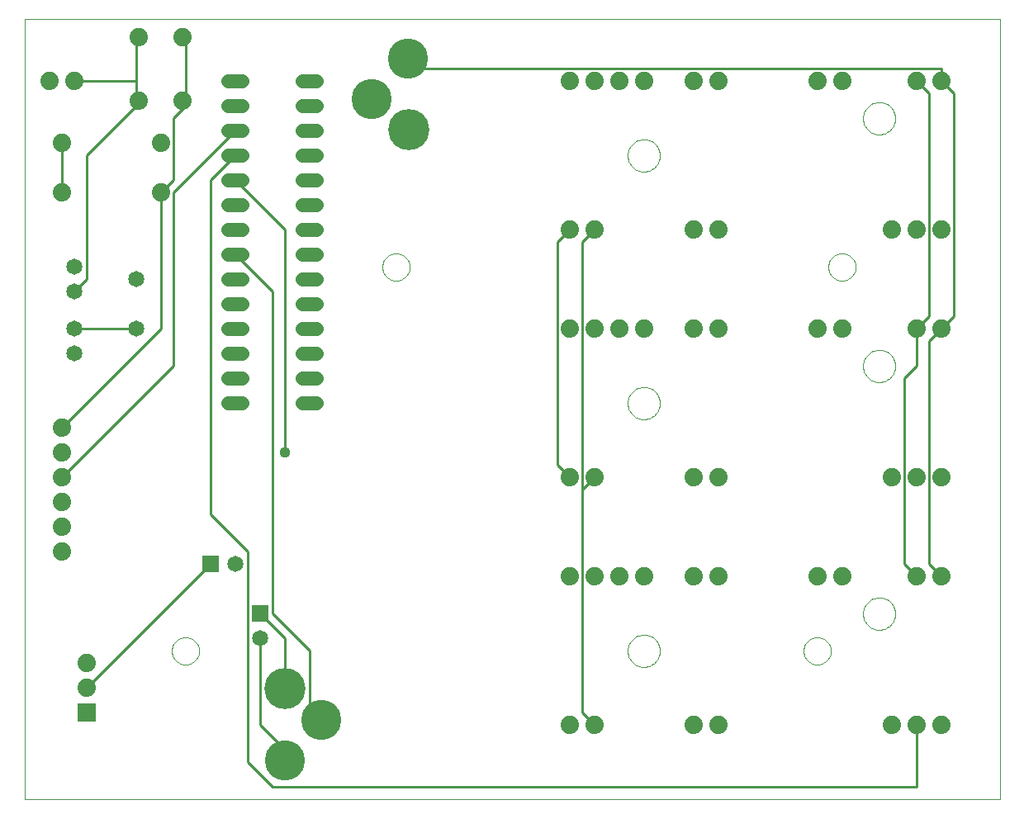
<source format=gtl>
G75*
G70*
%OFA0B0*%
%FSLAX24Y24*%
%IPPOS*%
%LPD*%
%AMOC8*
5,1,8,0,0,1.08239X$1,22.5*
%
%ADD10C,0.0000*%
%ADD11C,0.0560*%
%ADD12C,0.0650*%
%ADD13C,0.1660*%
%ADD14C,0.1620*%
%ADD15R,0.0740X0.0740*%
%ADD16C,0.0740*%
%ADD17R,0.0650X0.0650*%
%ADD18C,0.0100*%
%ADD19C,0.0440*%
D10*
X000101Y001502D02*
X000101Y032998D01*
X039471Y032998D01*
X039471Y001502D01*
X000101Y001502D01*
X006050Y007502D02*
X006052Y007549D01*
X006058Y007595D01*
X006068Y007641D01*
X006081Y007686D01*
X006099Y007729D01*
X006120Y007771D01*
X006144Y007811D01*
X006172Y007848D01*
X006203Y007883D01*
X006237Y007916D01*
X006273Y007945D01*
X006312Y007971D01*
X006353Y007994D01*
X006396Y008013D01*
X006440Y008029D01*
X006485Y008041D01*
X006531Y008049D01*
X006578Y008053D01*
X006624Y008053D01*
X006671Y008049D01*
X006717Y008041D01*
X006762Y008029D01*
X006806Y008013D01*
X006849Y007994D01*
X006890Y007971D01*
X006929Y007945D01*
X006965Y007916D01*
X006999Y007883D01*
X007030Y007848D01*
X007058Y007811D01*
X007082Y007771D01*
X007103Y007729D01*
X007121Y007686D01*
X007134Y007641D01*
X007144Y007595D01*
X007150Y007549D01*
X007152Y007502D01*
X007150Y007455D01*
X007144Y007409D01*
X007134Y007363D01*
X007121Y007318D01*
X007103Y007275D01*
X007082Y007233D01*
X007058Y007193D01*
X007030Y007156D01*
X006999Y007121D01*
X006965Y007088D01*
X006929Y007059D01*
X006890Y007033D01*
X006849Y007010D01*
X006806Y006991D01*
X006762Y006975D01*
X006717Y006963D01*
X006671Y006955D01*
X006624Y006951D01*
X006578Y006951D01*
X006531Y006955D01*
X006485Y006963D01*
X006440Y006975D01*
X006396Y006991D01*
X006353Y007010D01*
X006312Y007033D01*
X006273Y007059D01*
X006237Y007088D01*
X006203Y007121D01*
X006172Y007156D01*
X006144Y007193D01*
X006120Y007233D01*
X006099Y007275D01*
X006081Y007318D01*
X006068Y007363D01*
X006058Y007409D01*
X006052Y007455D01*
X006050Y007502D01*
X014550Y023002D02*
X014552Y023049D01*
X014558Y023095D01*
X014568Y023141D01*
X014581Y023186D01*
X014599Y023229D01*
X014620Y023271D01*
X014644Y023311D01*
X014672Y023348D01*
X014703Y023383D01*
X014737Y023416D01*
X014773Y023445D01*
X014812Y023471D01*
X014853Y023494D01*
X014896Y023513D01*
X014940Y023529D01*
X014985Y023541D01*
X015031Y023549D01*
X015078Y023553D01*
X015124Y023553D01*
X015171Y023549D01*
X015217Y023541D01*
X015262Y023529D01*
X015306Y023513D01*
X015349Y023494D01*
X015390Y023471D01*
X015429Y023445D01*
X015465Y023416D01*
X015499Y023383D01*
X015530Y023348D01*
X015558Y023311D01*
X015582Y023271D01*
X015603Y023229D01*
X015621Y023186D01*
X015634Y023141D01*
X015644Y023095D01*
X015650Y023049D01*
X015652Y023002D01*
X015650Y022955D01*
X015644Y022909D01*
X015634Y022863D01*
X015621Y022818D01*
X015603Y022775D01*
X015582Y022733D01*
X015558Y022693D01*
X015530Y022656D01*
X015499Y022621D01*
X015465Y022588D01*
X015429Y022559D01*
X015390Y022533D01*
X015349Y022510D01*
X015306Y022491D01*
X015262Y022475D01*
X015217Y022463D01*
X015171Y022455D01*
X015124Y022451D01*
X015078Y022451D01*
X015031Y022455D01*
X014985Y022463D01*
X014940Y022475D01*
X014896Y022491D01*
X014853Y022510D01*
X014812Y022533D01*
X014773Y022559D01*
X014737Y022588D01*
X014703Y022621D01*
X014672Y022656D01*
X014644Y022693D01*
X014620Y022733D01*
X014599Y022775D01*
X014581Y022818D01*
X014568Y022863D01*
X014558Y022909D01*
X014552Y022955D01*
X014550Y023002D01*
X024451Y027502D02*
X024453Y027552D01*
X024459Y027602D01*
X024469Y027652D01*
X024482Y027700D01*
X024499Y027748D01*
X024520Y027794D01*
X024544Y027838D01*
X024572Y027880D01*
X024603Y027920D01*
X024637Y027957D01*
X024674Y027992D01*
X024713Y028023D01*
X024754Y028052D01*
X024798Y028077D01*
X024844Y028099D01*
X024891Y028117D01*
X024939Y028131D01*
X024988Y028142D01*
X025038Y028149D01*
X025088Y028152D01*
X025139Y028151D01*
X025189Y028146D01*
X025239Y028137D01*
X025287Y028125D01*
X025335Y028108D01*
X025381Y028088D01*
X025426Y028065D01*
X025469Y028038D01*
X025509Y028008D01*
X025547Y027975D01*
X025582Y027939D01*
X025615Y027900D01*
X025644Y027859D01*
X025670Y027816D01*
X025693Y027771D01*
X025712Y027724D01*
X025727Y027676D01*
X025739Y027627D01*
X025747Y027577D01*
X025751Y027527D01*
X025751Y027477D01*
X025747Y027427D01*
X025739Y027377D01*
X025727Y027328D01*
X025712Y027280D01*
X025693Y027233D01*
X025670Y027188D01*
X025644Y027145D01*
X025615Y027104D01*
X025582Y027065D01*
X025547Y027029D01*
X025509Y026996D01*
X025469Y026966D01*
X025426Y026939D01*
X025381Y026916D01*
X025335Y026896D01*
X025287Y026879D01*
X025239Y026867D01*
X025189Y026858D01*
X025139Y026853D01*
X025088Y026852D01*
X025038Y026855D01*
X024988Y026862D01*
X024939Y026873D01*
X024891Y026887D01*
X024844Y026905D01*
X024798Y026927D01*
X024754Y026952D01*
X024713Y026981D01*
X024674Y027012D01*
X024637Y027047D01*
X024603Y027084D01*
X024572Y027124D01*
X024544Y027166D01*
X024520Y027210D01*
X024499Y027256D01*
X024482Y027304D01*
X024469Y027352D01*
X024459Y027402D01*
X024453Y027452D01*
X024451Y027502D01*
X032550Y023002D02*
X032552Y023049D01*
X032558Y023095D01*
X032568Y023141D01*
X032581Y023186D01*
X032599Y023229D01*
X032620Y023271D01*
X032644Y023311D01*
X032672Y023348D01*
X032703Y023383D01*
X032737Y023416D01*
X032773Y023445D01*
X032812Y023471D01*
X032853Y023494D01*
X032896Y023513D01*
X032940Y023529D01*
X032985Y023541D01*
X033031Y023549D01*
X033078Y023553D01*
X033124Y023553D01*
X033171Y023549D01*
X033217Y023541D01*
X033262Y023529D01*
X033306Y023513D01*
X033349Y023494D01*
X033390Y023471D01*
X033429Y023445D01*
X033465Y023416D01*
X033499Y023383D01*
X033530Y023348D01*
X033558Y023311D01*
X033582Y023271D01*
X033603Y023229D01*
X033621Y023186D01*
X033634Y023141D01*
X033644Y023095D01*
X033650Y023049D01*
X033652Y023002D01*
X033650Y022955D01*
X033644Y022909D01*
X033634Y022863D01*
X033621Y022818D01*
X033603Y022775D01*
X033582Y022733D01*
X033558Y022693D01*
X033530Y022656D01*
X033499Y022621D01*
X033465Y022588D01*
X033429Y022559D01*
X033390Y022533D01*
X033349Y022510D01*
X033306Y022491D01*
X033262Y022475D01*
X033217Y022463D01*
X033171Y022455D01*
X033124Y022451D01*
X033078Y022451D01*
X033031Y022455D01*
X032985Y022463D01*
X032940Y022475D01*
X032896Y022491D01*
X032853Y022510D01*
X032812Y022533D01*
X032773Y022559D01*
X032737Y022588D01*
X032703Y022621D01*
X032672Y022656D01*
X032644Y022693D01*
X032620Y022733D01*
X032599Y022775D01*
X032581Y022818D01*
X032568Y022863D01*
X032558Y022909D01*
X032552Y022955D01*
X032550Y023002D01*
X033951Y019002D02*
X033953Y019052D01*
X033959Y019102D01*
X033969Y019152D01*
X033982Y019200D01*
X033999Y019248D01*
X034020Y019294D01*
X034044Y019338D01*
X034072Y019380D01*
X034103Y019420D01*
X034137Y019457D01*
X034174Y019492D01*
X034213Y019523D01*
X034254Y019552D01*
X034298Y019577D01*
X034344Y019599D01*
X034391Y019617D01*
X034439Y019631D01*
X034488Y019642D01*
X034538Y019649D01*
X034588Y019652D01*
X034639Y019651D01*
X034689Y019646D01*
X034739Y019637D01*
X034787Y019625D01*
X034835Y019608D01*
X034881Y019588D01*
X034926Y019565D01*
X034969Y019538D01*
X035009Y019508D01*
X035047Y019475D01*
X035082Y019439D01*
X035115Y019400D01*
X035144Y019359D01*
X035170Y019316D01*
X035193Y019271D01*
X035212Y019224D01*
X035227Y019176D01*
X035239Y019127D01*
X035247Y019077D01*
X035251Y019027D01*
X035251Y018977D01*
X035247Y018927D01*
X035239Y018877D01*
X035227Y018828D01*
X035212Y018780D01*
X035193Y018733D01*
X035170Y018688D01*
X035144Y018645D01*
X035115Y018604D01*
X035082Y018565D01*
X035047Y018529D01*
X035009Y018496D01*
X034969Y018466D01*
X034926Y018439D01*
X034881Y018416D01*
X034835Y018396D01*
X034787Y018379D01*
X034739Y018367D01*
X034689Y018358D01*
X034639Y018353D01*
X034588Y018352D01*
X034538Y018355D01*
X034488Y018362D01*
X034439Y018373D01*
X034391Y018387D01*
X034344Y018405D01*
X034298Y018427D01*
X034254Y018452D01*
X034213Y018481D01*
X034174Y018512D01*
X034137Y018547D01*
X034103Y018584D01*
X034072Y018624D01*
X034044Y018666D01*
X034020Y018710D01*
X033999Y018756D01*
X033982Y018804D01*
X033969Y018852D01*
X033959Y018902D01*
X033953Y018952D01*
X033951Y019002D01*
X024451Y017502D02*
X024453Y017552D01*
X024459Y017602D01*
X024469Y017652D01*
X024482Y017700D01*
X024499Y017748D01*
X024520Y017794D01*
X024544Y017838D01*
X024572Y017880D01*
X024603Y017920D01*
X024637Y017957D01*
X024674Y017992D01*
X024713Y018023D01*
X024754Y018052D01*
X024798Y018077D01*
X024844Y018099D01*
X024891Y018117D01*
X024939Y018131D01*
X024988Y018142D01*
X025038Y018149D01*
X025088Y018152D01*
X025139Y018151D01*
X025189Y018146D01*
X025239Y018137D01*
X025287Y018125D01*
X025335Y018108D01*
X025381Y018088D01*
X025426Y018065D01*
X025469Y018038D01*
X025509Y018008D01*
X025547Y017975D01*
X025582Y017939D01*
X025615Y017900D01*
X025644Y017859D01*
X025670Y017816D01*
X025693Y017771D01*
X025712Y017724D01*
X025727Y017676D01*
X025739Y017627D01*
X025747Y017577D01*
X025751Y017527D01*
X025751Y017477D01*
X025747Y017427D01*
X025739Y017377D01*
X025727Y017328D01*
X025712Y017280D01*
X025693Y017233D01*
X025670Y017188D01*
X025644Y017145D01*
X025615Y017104D01*
X025582Y017065D01*
X025547Y017029D01*
X025509Y016996D01*
X025469Y016966D01*
X025426Y016939D01*
X025381Y016916D01*
X025335Y016896D01*
X025287Y016879D01*
X025239Y016867D01*
X025189Y016858D01*
X025139Y016853D01*
X025088Y016852D01*
X025038Y016855D01*
X024988Y016862D01*
X024939Y016873D01*
X024891Y016887D01*
X024844Y016905D01*
X024798Y016927D01*
X024754Y016952D01*
X024713Y016981D01*
X024674Y017012D01*
X024637Y017047D01*
X024603Y017084D01*
X024572Y017124D01*
X024544Y017166D01*
X024520Y017210D01*
X024499Y017256D01*
X024482Y017304D01*
X024469Y017352D01*
X024459Y017402D01*
X024453Y017452D01*
X024451Y017502D01*
X033951Y009002D02*
X033953Y009052D01*
X033959Y009102D01*
X033969Y009152D01*
X033982Y009200D01*
X033999Y009248D01*
X034020Y009294D01*
X034044Y009338D01*
X034072Y009380D01*
X034103Y009420D01*
X034137Y009457D01*
X034174Y009492D01*
X034213Y009523D01*
X034254Y009552D01*
X034298Y009577D01*
X034344Y009599D01*
X034391Y009617D01*
X034439Y009631D01*
X034488Y009642D01*
X034538Y009649D01*
X034588Y009652D01*
X034639Y009651D01*
X034689Y009646D01*
X034739Y009637D01*
X034787Y009625D01*
X034835Y009608D01*
X034881Y009588D01*
X034926Y009565D01*
X034969Y009538D01*
X035009Y009508D01*
X035047Y009475D01*
X035082Y009439D01*
X035115Y009400D01*
X035144Y009359D01*
X035170Y009316D01*
X035193Y009271D01*
X035212Y009224D01*
X035227Y009176D01*
X035239Y009127D01*
X035247Y009077D01*
X035251Y009027D01*
X035251Y008977D01*
X035247Y008927D01*
X035239Y008877D01*
X035227Y008828D01*
X035212Y008780D01*
X035193Y008733D01*
X035170Y008688D01*
X035144Y008645D01*
X035115Y008604D01*
X035082Y008565D01*
X035047Y008529D01*
X035009Y008496D01*
X034969Y008466D01*
X034926Y008439D01*
X034881Y008416D01*
X034835Y008396D01*
X034787Y008379D01*
X034739Y008367D01*
X034689Y008358D01*
X034639Y008353D01*
X034588Y008352D01*
X034538Y008355D01*
X034488Y008362D01*
X034439Y008373D01*
X034391Y008387D01*
X034344Y008405D01*
X034298Y008427D01*
X034254Y008452D01*
X034213Y008481D01*
X034174Y008512D01*
X034137Y008547D01*
X034103Y008584D01*
X034072Y008624D01*
X034044Y008666D01*
X034020Y008710D01*
X033999Y008756D01*
X033982Y008804D01*
X033969Y008852D01*
X033959Y008902D01*
X033953Y008952D01*
X033951Y009002D01*
X031550Y007502D02*
X031552Y007549D01*
X031558Y007595D01*
X031568Y007641D01*
X031581Y007686D01*
X031599Y007729D01*
X031620Y007771D01*
X031644Y007811D01*
X031672Y007848D01*
X031703Y007883D01*
X031737Y007916D01*
X031773Y007945D01*
X031812Y007971D01*
X031853Y007994D01*
X031896Y008013D01*
X031940Y008029D01*
X031985Y008041D01*
X032031Y008049D01*
X032078Y008053D01*
X032124Y008053D01*
X032171Y008049D01*
X032217Y008041D01*
X032262Y008029D01*
X032306Y008013D01*
X032349Y007994D01*
X032390Y007971D01*
X032429Y007945D01*
X032465Y007916D01*
X032499Y007883D01*
X032530Y007848D01*
X032558Y007811D01*
X032582Y007771D01*
X032603Y007729D01*
X032621Y007686D01*
X032634Y007641D01*
X032644Y007595D01*
X032650Y007549D01*
X032652Y007502D01*
X032650Y007455D01*
X032644Y007409D01*
X032634Y007363D01*
X032621Y007318D01*
X032603Y007275D01*
X032582Y007233D01*
X032558Y007193D01*
X032530Y007156D01*
X032499Y007121D01*
X032465Y007088D01*
X032429Y007059D01*
X032390Y007033D01*
X032349Y007010D01*
X032306Y006991D01*
X032262Y006975D01*
X032217Y006963D01*
X032171Y006955D01*
X032124Y006951D01*
X032078Y006951D01*
X032031Y006955D01*
X031985Y006963D01*
X031940Y006975D01*
X031896Y006991D01*
X031853Y007010D01*
X031812Y007033D01*
X031773Y007059D01*
X031737Y007088D01*
X031703Y007121D01*
X031672Y007156D01*
X031644Y007193D01*
X031620Y007233D01*
X031599Y007275D01*
X031581Y007318D01*
X031568Y007363D01*
X031558Y007409D01*
X031552Y007455D01*
X031550Y007502D01*
X024451Y007502D02*
X024453Y007552D01*
X024459Y007602D01*
X024469Y007652D01*
X024482Y007700D01*
X024499Y007748D01*
X024520Y007794D01*
X024544Y007838D01*
X024572Y007880D01*
X024603Y007920D01*
X024637Y007957D01*
X024674Y007992D01*
X024713Y008023D01*
X024754Y008052D01*
X024798Y008077D01*
X024844Y008099D01*
X024891Y008117D01*
X024939Y008131D01*
X024988Y008142D01*
X025038Y008149D01*
X025088Y008152D01*
X025139Y008151D01*
X025189Y008146D01*
X025239Y008137D01*
X025287Y008125D01*
X025335Y008108D01*
X025381Y008088D01*
X025426Y008065D01*
X025469Y008038D01*
X025509Y008008D01*
X025547Y007975D01*
X025582Y007939D01*
X025615Y007900D01*
X025644Y007859D01*
X025670Y007816D01*
X025693Y007771D01*
X025712Y007724D01*
X025727Y007676D01*
X025739Y007627D01*
X025747Y007577D01*
X025751Y007527D01*
X025751Y007477D01*
X025747Y007427D01*
X025739Y007377D01*
X025727Y007328D01*
X025712Y007280D01*
X025693Y007233D01*
X025670Y007188D01*
X025644Y007145D01*
X025615Y007104D01*
X025582Y007065D01*
X025547Y007029D01*
X025509Y006996D01*
X025469Y006966D01*
X025426Y006939D01*
X025381Y006916D01*
X025335Y006896D01*
X025287Y006879D01*
X025239Y006867D01*
X025189Y006858D01*
X025139Y006853D01*
X025088Y006852D01*
X025038Y006855D01*
X024988Y006862D01*
X024939Y006873D01*
X024891Y006887D01*
X024844Y006905D01*
X024798Y006927D01*
X024754Y006952D01*
X024713Y006981D01*
X024674Y007012D01*
X024637Y007047D01*
X024603Y007084D01*
X024572Y007124D01*
X024544Y007166D01*
X024520Y007210D01*
X024499Y007256D01*
X024482Y007304D01*
X024469Y007352D01*
X024459Y007402D01*
X024453Y007452D01*
X024451Y007502D01*
X033951Y029002D02*
X033953Y029052D01*
X033959Y029102D01*
X033969Y029152D01*
X033982Y029200D01*
X033999Y029248D01*
X034020Y029294D01*
X034044Y029338D01*
X034072Y029380D01*
X034103Y029420D01*
X034137Y029457D01*
X034174Y029492D01*
X034213Y029523D01*
X034254Y029552D01*
X034298Y029577D01*
X034344Y029599D01*
X034391Y029617D01*
X034439Y029631D01*
X034488Y029642D01*
X034538Y029649D01*
X034588Y029652D01*
X034639Y029651D01*
X034689Y029646D01*
X034739Y029637D01*
X034787Y029625D01*
X034835Y029608D01*
X034881Y029588D01*
X034926Y029565D01*
X034969Y029538D01*
X035009Y029508D01*
X035047Y029475D01*
X035082Y029439D01*
X035115Y029400D01*
X035144Y029359D01*
X035170Y029316D01*
X035193Y029271D01*
X035212Y029224D01*
X035227Y029176D01*
X035239Y029127D01*
X035247Y029077D01*
X035251Y029027D01*
X035251Y028977D01*
X035247Y028927D01*
X035239Y028877D01*
X035227Y028828D01*
X035212Y028780D01*
X035193Y028733D01*
X035170Y028688D01*
X035144Y028645D01*
X035115Y028604D01*
X035082Y028565D01*
X035047Y028529D01*
X035009Y028496D01*
X034969Y028466D01*
X034926Y028439D01*
X034881Y028416D01*
X034835Y028396D01*
X034787Y028379D01*
X034739Y028367D01*
X034689Y028358D01*
X034639Y028353D01*
X034588Y028352D01*
X034538Y028355D01*
X034488Y028362D01*
X034439Y028373D01*
X034391Y028387D01*
X034344Y028405D01*
X034298Y028427D01*
X034254Y028452D01*
X034213Y028481D01*
X034174Y028512D01*
X034137Y028547D01*
X034103Y028584D01*
X034072Y028624D01*
X034044Y028666D01*
X034020Y028710D01*
X033999Y028756D01*
X033982Y028804D01*
X033969Y028852D01*
X033959Y028902D01*
X033953Y028952D01*
X033951Y029002D01*
D11*
X011881Y028502D02*
X011321Y028502D01*
X011321Y029502D02*
X011881Y029502D01*
X011881Y030502D02*
X011321Y030502D01*
X008881Y030502D02*
X008321Y030502D01*
X008321Y029502D02*
X008881Y029502D01*
X008881Y028502D02*
X008321Y028502D01*
X008321Y027502D02*
X008881Y027502D01*
X008881Y026502D02*
X008321Y026502D01*
X008321Y025502D02*
X008881Y025502D01*
X008881Y024502D02*
X008321Y024502D01*
X008321Y023502D02*
X008881Y023502D01*
X008881Y022502D02*
X008321Y022502D01*
X008321Y021502D02*
X008881Y021502D01*
X008881Y020502D02*
X008321Y020502D01*
X008321Y019502D02*
X008881Y019502D01*
X008881Y018502D02*
X008321Y018502D01*
X008321Y017502D02*
X008881Y017502D01*
X011321Y017502D02*
X011881Y017502D01*
X011881Y018502D02*
X011321Y018502D01*
X011321Y019502D02*
X011881Y019502D01*
X011881Y020502D02*
X011321Y020502D01*
X011321Y021502D02*
X011881Y021502D01*
X011881Y022502D02*
X011321Y022502D01*
X011321Y023502D02*
X011881Y023502D01*
X011881Y024502D02*
X011321Y024502D01*
X011321Y025502D02*
X011881Y025502D01*
X011881Y026502D02*
X011321Y026502D01*
X011321Y027502D02*
X011881Y027502D01*
D12*
X004601Y022502D03*
X004601Y020502D03*
X002101Y020502D03*
X002101Y019502D03*
X002101Y022002D03*
X002101Y023002D03*
X008601Y011002D03*
X009601Y008002D03*
D13*
X010601Y005965D03*
X015601Y028538D03*
D14*
X014120Y029789D03*
X015591Y031420D03*
X012082Y004714D03*
X010611Y003083D03*
D15*
X002601Y005002D03*
D16*
X002601Y006002D03*
X002601Y007002D03*
X001601Y011502D03*
X001601Y012502D03*
X001601Y013502D03*
X001601Y014502D03*
X001601Y015502D03*
X001601Y016502D03*
X001601Y026002D03*
X001601Y028002D03*
X002101Y030502D03*
X001101Y030502D03*
X004711Y029722D03*
X006491Y029722D03*
X005601Y028002D03*
X005601Y026002D03*
X006491Y032282D03*
X004711Y032282D03*
X022101Y030502D03*
X023101Y030502D03*
X024101Y030502D03*
X025101Y030502D03*
X027101Y030502D03*
X028101Y030502D03*
X032101Y030502D03*
X033101Y030502D03*
X036101Y030502D03*
X037101Y030502D03*
X037101Y024502D03*
X036101Y024502D03*
X035101Y024502D03*
X036101Y020502D03*
X037101Y020502D03*
X033101Y020502D03*
X032101Y020502D03*
X028101Y020502D03*
X027101Y020502D03*
X025101Y020502D03*
X024101Y020502D03*
X023101Y020502D03*
X022101Y020502D03*
X022101Y024502D03*
X023101Y024502D03*
X027101Y024502D03*
X028101Y024502D03*
X028101Y014502D03*
X027101Y014502D03*
X023101Y014502D03*
X022101Y014502D03*
X022101Y010502D03*
X023101Y010502D03*
X024101Y010502D03*
X025101Y010502D03*
X027101Y010502D03*
X028101Y010502D03*
X032101Y010502D03*
X033101Y010502D03*
X036101Y010502D03*
X037101Y010502D03*
X037101Y014502D03*
X036101Y014502D03*
X035101Y014502D03*
X035101Y004502D03*
X036101Y004502D03*
X037101Y004502D03*
X028101Y004502D03*
X027101Y004502D03*
X023101Y004502D03*
X022101Y004502D03*
D17*
X009601Y009002D03*
X007601Y011002D03*
D18*
X002601Y006002D01*
X009101Y003002D02*
X009101Y011502D01*
X007601Y013002D01*
X007601Y026502D01*
X008601Y027502D01*
X008601Y028502D02*
X006101Y026002D01*
X006101Y019002D01*
X001601Y014502D01*
X001601Y016502D02*
X005601Y020502D01*
X005601Y026002D01*
X006101Y026502D01*
X006101Y029002D01*
X006601Y029502D01*
X006491Y029722D01*
X006601Y030002D01*
X006601Y032002D01*
X006491Y032282D01*
X004711Y032282D02*
X004601Y032002D01*
X004601Y030502D01*
X002101Y030502D01*
X004601Y030502D02*
X004601Y030002D01*
X004711Y029722D01*
X004601Y029502D01*
X002601Y027502D01*
X002601Y022502D01*
X002101Y022002D01*
X002101Y020502D02*
X004601Y020502D01*
X008601Y023502D02*
X010101Y022002D01*
X010101Y009002D01*
X011601Y007502D01*
X011601Y005002D01*
X012082Y004714D01*
X010601Y003502D02*
X010611Y003083D01*
X010601Y003502D02*
X009601Y004502D01*
X009601Y008002D01*
X010601Y008002D02*
X009601Y009002D01*
X010601Y008002D02*
X010601Y005965D01*
X009101Y003002D02*
X010101Y002002D01*
X036101Y002002D01*
X036101Y004502D01*
X036101Y010502D02*
X035601Y011002D01*
X035601Y018502D01*
X036101Y019002D01*
X036101Y020502D01*
X036601Y021002D01*
X036601Y030002D01*
X036101Y030502D01*
X037101Y030502D02*
X037101Y031002D01*
X015601Y031002D01*
X015591Y031420D01*
X010601Y024502D02*
X008601Y026502D01*
X010601Y024502D02*
X010601Y015502D01*
X021601Y015002D02*
X022101Y014502D01*
X021601Y015002D02*
X021601Y024002D01*
X022101Y024502D01*
X022601Y024002D02*
X022601Y014002D01*
X023101Y014502D01*
X022601Y014002D02*
X022601Y005002D01*
X023101Y004502D01*
X036601Y011002D02*
X036601Y020002D01*
X037101Y020502D01*
X037601Y021002D01*
X037601Y030002D01*
X037101Y030502D01*
X023101Y024502D02*
X022601Y024002D01*
X036601Y011002D02*
X037101Y010502D01*
X001601Y026002D02*
X001601Y028002D01*
D19*
X010601Y015502D03*
M02*

</source>
